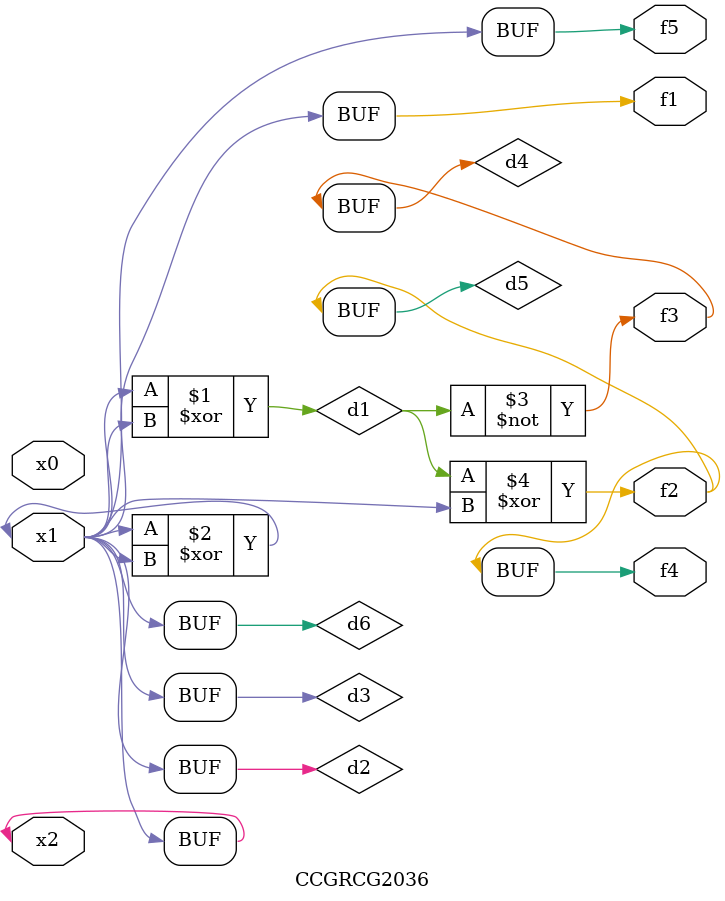
<source format=v>
module CCGRCG2036(
	input x0, x1, x2,
	output f1, f2, f3, f4, f5
);

	wire d1, d2, d3, d4, d5, d6;

	xor (d1, x1, x2);
	buf (d2, x1, x2);
	xor (d3, x1, x2);
	nor (d4, d1);
	xor (d5, d1, d2);
	buf (d6, d2, d3);
	assign f1 = d6;
	assign f2 = d5;
	assign f3 = d4;
	assign f4 = d5;
	assign f5 = d6;
endmodule

</source>
